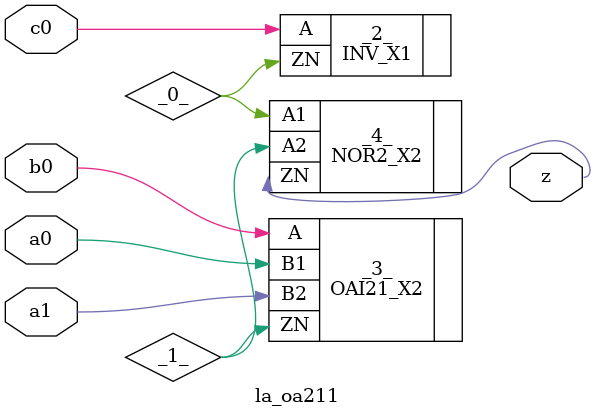
<source format=v>

/* Generated by Yosys 0.44 (git sha1 80ba43d26, g++ 11.4.0-1ubuntu1~22.04 -fPIC -O3) */

(* top =  1  *)
(* src = "inputs/la_oa211.v:10.1-22.10" *)
module la_oa211 (
    a0,
    a1,
    b0,
    c0,
    z
);
  wire _0_;
  wire _1_;
  (* src = "inputs/la_oa211.v:13.12-13.14" *)
  input a0;
  wire a0;
  (* src = "inputs/la_oa211.v:14.12-14.14" *)
  input a1;
  wire a1;
  (* src = "inputs/la_oa211.v:15.12-15.14" *)
  input b0;
  wire b0;
  (* src = "inputs/la_oa211.v:16.12-16.14" *)
  input c0;
  wire c0;
  (* src = "inputs/la_oa211.v:17.12-17.13" *)
  output z;
  wire z;
  INV_X1 _2_ (
      .A (c0),
      .ZN(_0_)
  );
  OAI21_X2 _3_ (
      .A (b0),
      .B1(a0),
      .B2(a1),
      .ZN(_1_)
  );
  NOR2_X2 _4_ (
      .A1(_0_),
      .A2(_1_),
      .ZN(z)
  );
endmodule

</source>
